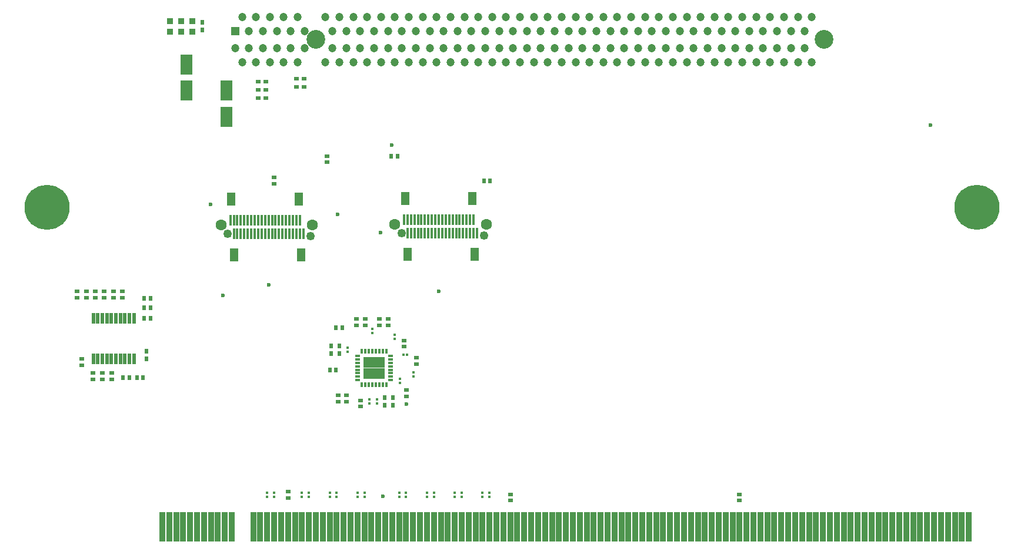
<source format=gbr>
%TF.GenerationSoftware,KiCad,Pcbnew,(5.1.5)-3*%
%TF.CreationDate,2022-01-08T01:18:32+01:00*%
%TF.ProjectId,Riser Leopard 2OU PCIe x16 2xOculink,52697365-7220-44c6-956f-706172642032,rev?*%
%TF.SameCoordinates,PX459e440PY54cbc38*%
%TF.FileFunction,Soldermask,Top*%
%TF.FilePolarity,Negative*%
%FSLAX46Y46*%
G04 Gerber Fmt 4.6, Leading zero omitted, Abs format (unit mm)*
G04 Created by KiCad (PCBNEW (5.1.5)-3) date 2022-01-08 01:18:32*
%MOMM*%
%LPD*%
G04 APERTURE LIST*
%ADD10C,0.900000*%
%ADD11C,6.500000*%
%ADD12R,0.900000X4.300000*%
%ADD13R,1.700000X2.900000*%
%ADD14R,0.700000X0.600000*%
%ADD15R,0.850000X0.900000*%
%ADD16R,0.600000X0.700000*%
%ADD17R,0.450000X0.400000*%
%ADD18R,0.400000X0.450000*%
%ADD19C,2.700000*%
%ADD20R,1.200000X1.200000*%
%ADD21C,1.200000*%
%ADD22R,0.410000X1.500000*%
%ADD23C,1.600000*%
%ADD24C,1.250000*%
%ADD25R,1.300000X1.900000*%
%ADD26R,0.700000X0.500000*%
%ADD27R,0.500000X0.700000*%
%ADD28C,0.600000*%
%ADD29R,0.550000X1.550000*%
%ADD30R,1.650000X1.650000*%
%ADD31R,0.700000X0.350000*%
%ADD32R,0.350000X0.700000*%
G04 APERTURE END LIST*
D10*
%TO.C,H1*%
X1697056Y1697056D03*
X0Y2400000D03*
X-1697056Y1697056D03*
X-2400000Y0D03*
X-1697056Y-1697056D03*
X0Y-2400000D03*
X1697056Y-1697056D03*
X2400000Y0D03*
D11*
X0Y0D03*
%TD*%
%TO.C,H2*%
X133900000Y0D03*
D10*
X136300000Y0D03*
X135597056Y-1697056D03*
X133900000Y-2400000D03*
X132202944Y-1697056D03*
X131500000Y0D03*
X132202944Y1697056D03*
X133900000Y2400000D03*
X135597056Y1697056D03*
%TD*%
D12*
%TO.C,J1*%
X74700000Y-46085000D03*
X77700000Y-46085000D03*
X85700000Y-46085000D03*
X97700000Y-46085000D03*
X86700000Y-46085000D03*
X89700000Y-46085000D03*
X73700000Y-46085000D03*
X80700000Y-46085000D03*
X91700000Y-46085000D03*
X93700000Y-46085000D03*
X81700000Y-46085000D03*
X75700000Y-46085000D03*
X87700000Y-46085000D03*
X94700000Y-46085000D03*
X95700000Y-46085000D03*
X84700000Y-46085000D03*
X90700000Y-46085000D03*
X83700000Y-46085000D03*
X79700000Y-46085000D03*
X76700000Y-46085000D03*
X82700000Y-46085000D03*
X99700000Y-46085000D03*
X98700000Y-46085000D03*
X88700000Y-46085000D03*
X78700000Y-46085000D03*
X92700000Y-46085000D03*
X96700000Y-46085000D03*
X72700000Y-46085000D03*
X64700000Y-46085000D03*
X58700000Y-46085000D03*
X60700000Y-46085000D03*
X56700000Y-46085000D03*
X50700000Y-46085000D03*
X48700000Y-46085000D03*
X40700000Y-46085000D03*
X55700000Y-46085000D03*
X46700000Y-46085000D03*
X42700000Y-46085000D03*
X54700000Y-46085000D03*
X44700000Y-46085000D03*
X41700000Y-46085000D03*
X52700000Y-46085000D03*
X71700000Y-46085000D03*
X70700000Y-46085000D03*
X69700000Y-46085000D03*
X68700000Y-46085000D03*
X59700000Y-46085000D03*
X57700000Y-46085000D03*
X51700000Y-46085000D03*
X49700000Y-46085000D03*
X66700000Y-46085000D03*
X67700000Y-46085000D03*
X45700000Y-46085000D03*
X61700000Y-46085000D03*
X53700000Y-46085000D03*
X43700000Y-46085000D03*
X65700000Y-46085000D03*
X47700000Y-46085000D03*
X63700000Y-46085000D03*
X62700000Y-46085000D03*
X29700000Y-46085000D03*
X16600000Y-46085000D03*
X36700000Y-46085000D03*
X35700000Y-46085000D03*
X34700000Y-46085000D03*
X33700000Y-46085000D03*
X31700000Y-46085000D03*
X30700000Y-46085000D03*
X39700000Y-46085000D03*
X38700000Y-46085000D03*
X32700000Y-46085000D03*
X37700000Y-46085000D03*
X21600000Y-46085000D03*
X24600000Y-46085000D03*
X23600000Y-46085000D03*
X19600000Y-46085000D03*
X22600000Y-46085000D03*
X20600000Y-46085000D03*
X25600000Y-46085000D03*
X26600000Y-46085000D03*
X17600000Y-46085000D03*
X18600000Y-46085000D03*
X100700000Y-46085000D03*
X101700000Y-46085000D03*
X102700000Y-46085000D03*
X103700000Y-46085000D03*
X104700000Y-46085000D03*
X105700000Y-46085000D03*
X106700000Y-46085000D03*
X107700000Y-46085000D03*
X108700000Y-46085000D03*
X109700000Y-46085000D03*
X110700000Y-46085000D03*
X111700000Y-46085000D03*
X112700000Y-46085000D03*
X113700000Y-46085000D03*
X114700000Y-46085000D03*
X115700000Y-46085000D03*
X116700000Y-46085000D03*
X117700000Y-46085000D03*
X118700000Y-46085000D03*
X119700000Y-46085000D03*
X120700000Y-46085000D03*
X121700000Y-46085000D03*
X122700000Y-46085000D03*
X123700000Y-46085000D03*
X124700000Y-46085000D03*
X125700000Y-46085000D03*
X126700000Y-46085000D03*
X127700000Y-46085000D03*
X128700000Y-46085000D03*
X129700000Y-46085000D03*
X130700000Y-46085000D03*
X131700000Y-46085000D03*
X132700000Y-46085000D03*
%TD*%
D13*
%TO.C,C1*%
X25875000Y12990000D03*
X25875000Y16790000D03*
%TD*%
D14*
%TO.C,C2*%
X30450000Y15690000D03*
X31550000Y15690000D03*
%TD*%
%TO.C,C3*%
X31540000Y16890000D03*
X30440000Y16890000D03*
%TD*%
%TO.C,C4*%
X30450000Y18090000D03*
X31550000Y18090000D03*
%TD*%
%TO.C,C5*%
X35950000Y18565000D03*
X37050000Y18565000D03*
%TD*%
%TO.C,C6*%
X37050000Y17365000D03*
X35950000Y17365000D03*
%TD*%
D13*
%TO.C,C7*%
X20075000Y16790000D03*
X20075000Y20590000D03*
%TD*%
D15*
%TO.C,C8*%
X20925000Y25315000D03*
X20925000Y26815000D03*
%TD*%
%TO.C,C9*%
X19325000Y26815000D03*
X19325000Y25315000D03*
%TD*%
%TO.C,C10*%
X17725000Y25315000D03*
X17725000Y26815000D03*
%TD*%
D16*
%TO.C,C11*%
X22350000Y26615000D03*
X22350000Y25515000D03*
%TD*%
%TO.C,C12*%
X14350000Y-21885000D03*
X14350000Y-20785000D03*
%TD*%
D17*
%TO.C,C13*%
X31700000Y-41205000D03*
X31700000Y-41765000D03*
%TD*%
%TO.C,C14*%
X36700000Y-41205000D03*
X36700000Y-41765000D03*
%TD*%
%TO.C,C15*%
X40700000Y-41205000D03*
X40700000Y-41765000D03*
%TD*%
%TO.C,C16*%
X44700000Y-41205000D03*
X44700000Y-41765000D03*
%TD*%
%TO.C,C17*%
X32700000Y-41765000D03*
X32700000Y-41205000D03*
%TD*%
%TO.C,C18*%
X37700000Y-41765000D03*
X37700000Y-41205000D03*
%TD*%
%TO.C,C19*%
X41700000Y-41765000D03*
X41700000Y-41205000D03*
%TD*%
%TO.C,C20*%
X45700000Y-41765000D03*
X45700000Y-41205000D03*
%TD*%
%TO.C,C21*%
X43275000Y-20255000D03*
X43275000Y-20815000D03*
%TD*%
D18*
%TO.C,C22*%
X51855000Y-21235000D03*
X51295000Y-21235000D03*
%TD*%
D17*
%TO.C,C23*%
X50825000Y-24755000D03*
X50825000Y-25315000D03*
%TD*%
D16*
%TO.C,C24*%
X42125000Y-21085000D03*
X42125000Y-19985000D03*
%TD*%
%TO.C,C25*%
X40925000Y-19985000D03*
X40925000Y-21085000D03*
%TD*%
%TO.C,C26*%
X49825000Y-27435000D03*
X49825000Y-28535000D03*
%TD*%
%TO.C,C27*%
X48625000Y-28535000D03*
X48625000Y-27435000D03*
%TD*%
D17*
%TO.C,C28*%
X50025000Y-18405000D03*
X50025000Y-18965000D03*
%TD*%
%TO.C,C29*%
X46425000Y-28265000D03*
X46425000Y-27705000D03*
%TD*%
%TO.C,C30*%
X50700000Y-41765000D03*
X50700000Y-41205000D03*
%TD*%
%TO.C,C31*%
X54700000Y-41765000D03*
X54700000Y-41205000D03*
%TD*%
%TO.C,C32*%
X58700000Y-41765000D03*
X58700000Y-41205000D03*
%TD*%
%TO.C,C33*%
X62700000Y-41765000D03*
X62700000Y-41205000D03*
%TD*%
%TO.C,C34*%
X51700000Y-41205000D03*
X51700000Y-41765000D03*
%TD*%
%TO.C,C35*%
X55700000Y-41205000D03*
X55700000Y-41765000D03*
%TD*%
%TO.C,C36*%
X59700000Y-41205000D03*
X59700000Y-41765000D03*
%TD*%
%TO.C,C37*%
X63700000Y-41205000D03*
X63700000Y-41765000D03*
%TD*%
%TO.C,C38*%
X52800000Y-24390000D03*
X52800000Y-23830000D03*
%TD*%
%TO.C,C39*%
X46825000Y-18115000D03*
X46825000Y-17555000D03*
%TD*%
%TO.C,C40*%
X47475000Y-27705000D03*
X47475000Y-28265000D03*
%TD*%
D19*
%TO.C,J2*%
X38740000Y24165000D03*
X111890000Y24165000D03*
D20*
X27090000Y25415000D03*
D21*
X28090000Y27415000D03*
X29090000Y25415000D03*
X30090000Y27415000D03*
X31090000Y25415000D03*
X32090000Y27415000D03*
X33090000Y25415000D03*
X34090000Y27415000D03*
X35090000Y25415000D03*
X36090000Y27415000D03*
X37090000Y25415000D03*
X40090000Y27415000D03*
X41090000Y25415000D03*
X42090000Y27415000D03*
X43090000Y25415000D03*
X44090000Y27415000D03*
X45090000Y25415000D03*
X46090000Y27415000D03*
X47090000Y25415000D03*
X48090000Y27415000D03*
X49090000Y25415000D03*
X50090000Y27415000D03*
X51090000Y25415000D03*
X52090000Y27415000D03*
X53090000Y25415000D03*
X54090000Y27415000D03*
X55090000Y25415000D03*
X56090000Y27415000D03*
X57090000Y25415000D03*
X58090000Y27415000D03*
X59090000Y25415000D03*
X60090000Y27415000D03*
X61090000Y25415000D03*
X62090000Y27415000D03*
X63090000Y25415000D03*
X64090000Y27415000D03*
X65090000Y25415000D03*
X66090000Y27415000D03*
X67090000Y25415000D03*
X68090000Y27415000D03*
X69090000Y25415000D03*
X70090000Y27415000D03*
X71090000Y25415000D03*
X72090000Y27415000D03*
X73090000Y25415000D03*
X74090000Y27415000D03*
X75090000Y25415000D03*
X76090000Y27415000D03*
X77090000Y25415000D03*
X78090000Y27415000D03*
X79090000Y25415000D03*
X80090000Y27415000D03*
X81090000Y25415000D03*
X82090000Y27415000D03*
X83090000Y25415000D03*
X84090000Y27415000D03*
X85090000Y25415000D03*
X86090000Y27415000D03*
X87090000Y25415000D03*
X88090000Y27415000D03*
X89090000Y25415000D03*
X90090000Y27415000D03*
X91090000Y25415000D03*
X92090000Y27415000D03*
X93090000Y25415000D03*
X94090000Y27415000D03*
X95090000Y25415000D03*
X96090000Y27415000D03*
X97090000Y25415000D03*
X98090000Y27415000D03*
X99090000Y25415000D03*
X100090000Y27415000D03*
X101090000Y25415000D03*
X102090000Y27415000D03*
X103090000Y25415000D03*
X104090000Y27415000D03*
X105090000Y25415000D03*
X106090000Y27415000D03*
X107090000Y25415000D03*
X108090000Y27415000D03*
X109090000Y25415000D03*
X27090000Y22915000D03*
X28090000Y20915000D03*
X29090000Y22915000D03*
X30090000Y20915000D03*
X31090000Y22915000D03*
X32090000Y20915000D03*
X33090000Y22915000D03*
X34090000Y20915000D03*
X35090000Y22915000D03*
X36090000Y20915000D03*
X37090000Y22915000D03*
X40090000Y20915000D03*
X41090000Y22915000D03*
X42090000Y20915000D03*
X43090000Y22915000D03*
X44090000Y20915000D03*
X45090000Y22915000D03*
X46090000Y20915000D03*
X47090000Y22915000D03*
X48090000Y20915000D03*
X49090000Y22915000D03*
X50090000Y20915000D03*
X51090000Y22915000D03*
X52090000Y20915000D03*
X53090000Y22915000D03*
X54090000Y20915000D03*
X55090000Y22915000D03*
X56090000Y20915000D03*
X57090000Y22915000D03*
X58090000Y20915000D03*
X59090000Y22915000D03*
X61090000Y22915000D03*
X62090000Y20915000D03*
X63090000Y22915000D03*
X64090000Y20915000D03*
X65090000Y22915000D03*
X66090000Y20915000D03*
X67090000Y22915000D03*
X68090000Y20915000D03*
X69090000Y22915000D03*
X70090000Y20915000D03*
X71090000Y22915000D03*
X72090000Y20915000D03*
X73090000Y22915000D03*
X74090000Y20915000D03*
X75090000Y22915000D03*
X76090000Y20915000D03*
X77090000Y22915000D03*
X78090000Y20915000D03*
X79090000Y22915000D03*
X80090000Y20915000D03*
X81090000Y22915000D03*
X82090000Y20915000D03*
X83090000Y22915000D03*
X84090000Y20915000D03*
X85090000Y22915000D03*
X86090000Y20915000D03*
X87090000Y22915000D03*
X88090000Y20915000D03*
X89090000Y22915000D03*
X90090000Y20915000D03*
X91090000Y22915000D03*
X92090000Y20915000D03*
X93090000Y22915000D03*
X94090000Y20915000D03*
X95090000Y22915000D03*
X96090000Y20915000D03*
X97090000Y22915000D03*
X98090000Y20915000D03*
X99090000Y22915000D03*
X100090000Y20915000D03*
X101090000Y22915000D03*
X102090000Y20915000D03*
X103090000Y22915000D03*
X104090000Y20915000D03*
X105090000Y22915000D03*
X106090000Y20915000D03*
X107090000Y22915000D03*
X108090000Y20915000D03*
X109090000Y22915000D03*
X60090000Y20915000D03*
X110090000Y27415000D03*
X110090000Y20915000D03*
%TD*%
D22*
%TO.C,J3*%
X51900000Y-3730000D03*
X52400000Y-3730000D03*
X52900000Y-3730000D03*
X53400000Y-3730000D03*
X53900000Y-3730000D03*
X54400000Y-3730000D03*
X54900000Y-3730000D03*
X55400000Y-3730000D03*
X55900000Y-3730000D03*
X56400000Y-3730000D03*
X56900000Y-3730000D03*
X57400000Y-3730000D03*
X57900000Y-3730000D03*
X58400000Y-3730000D03*
X58900000Y-3730000D03*
X59400000Y-3730000D03*
X59900000Y-3730000D03*
X60400000Y-3730000D03*
X60900000Y-3730000D03*
X61400000Y-3730000D03*
X61900000Y-3730000D03*
X51400000Y-1830000D03*
X51900000Y-1830000D03*
X52400000Y-1830000D03*
X52900000Y-1830000D03*
X53400000Y-1830000D03*
X53900000Y-1830000D03*
X54400000Y-1830000D03*
X54900000Y-1830000D03*
X55400000Y-1830000D03*
X55900000Y-1830000D03*
X56400000Y-1830000D03*
X56900000Y-1830000D03*
X57400000Y-1830000D03*
X57900000Y-1830000D03*
X58400000Y-1830000D03*
X58900000Y-1830000D03*
X59400000Y-1830000D03*
X59900000Y-1830000D03*
X60400000Y-1830000D03*
X60900000Y-1830000D03*
X61400000Y-1830000D03*
D23*
X50070000Y-2470000D03*
X63230000Y-2470000D03*
D24*
X51030000Y-3730000D03*
X62930000Y-4090000D03*
D25*
X51900000Y-6780000D03*
X51550000Y1220000D03*
X61250000Y1220000D03*
X61600000Y-6780000D03*
%TD*%
%TO.C,J4*%
X36600000Y-6840000D03*
X36250000Y1160000D03*
X26550000Y1160000D03*
X26900000Y-6840000D03*
D24*
X37930000Y-4150000D03*
X26030000Y-3790000D03*
D23*
X38230000Y-2530000D03*
X25070000Y-2530000D03*
D22*
X36400000Y-1890000D03*
X35900000Y-1890000D03*
X35400000Y-1890000D03*
X34900000Y-1890000D03*
X34400000Y-1890000D03*
X33900000Y-1890000D03*
X33400000Y-1890000D03*
X32900000Y-1890000D03*
X32400000Y-1890000D03*
X31900000Y-1890000D03*
X31400000Y-1890000D03*
X30900000Y-1890000D03*
X30400000Y-1890000D03*
X29900000Y-1890000D03*
X29400000Y-1890000D03*
X28900000Y-1890000D03*
X28400000Y-1890000D03*
X27900000Y-1890000D03*
X27400000Y-1890000D03*
X26900000Y-1890000D03*
X26400000Y-1890000D03*
X36900000Y-3790000D03*
X36400000Y-3790000D03*
X35900000Y-3790000D03*
X35400000Y-3790000D03*
X34900000Y-3790000D03*
X34400000Y-3790000D03*
X33900000Y-3790000D03*
X33400000Y-3790000D03*
X32900000Y-3790000D03*
X32400000Y-3790000D03*
X31900000Y-3790000D03*
X31400000Y-3790000D03*
X30900000Y-3790000D03*
X30400000Y-3790000D03*
X29900000Y-3790000D03*
X29400000Y-3790000D03*
X28900000Y-3790000D03*
X28400000Y-3790000D03*
X27900000Y-3790000D03*
X27400000Y-3790000D03*
X26900000Y-3790000D03*
%TD*%
D26*
%TO.C,R1*%
X66700000Y-41385000D03*
X66700000Y-42285000D03*
%TD*%
%TO.C,R2*%
X99700000Y-41385000D03*
X99700000Y-42285000D03*
%TD*%
%TO.C,R3*%
X34700000Y-41935000D03*
X34700000Y-41035000D03*
%TD*%
D27*
%TO.C,R4*%
X12950000Y-24585000D03*
X13850000Y-24585000D03*
%TD*%
%TO.C,R5*%
X10950000Y-24585000D03*
X11850000Y-24585000D03*
%TD*%
D26*
%TO.C,R6*%
X9300000Y-23885000D03*
X9300000Y-24785000D03*
%TD*%
D27*
%TO.C,R7*%
X13975000Y-15985000D03*
X14875000Y-15985000D03*
%TD*%
%TO.C,R8*%
X14875000Y-14535000D03*
X13975000Y-14535000D03*
%TD*%
D26*
%TO.C,R9*%
X51375000Y-20110000D03*
X51375000Y-19210000D03*
%TD*%
D27*
%TO.C,R10*%
X14875000Y-13135000D03*
X13975000Y-13135000D03*
%TD*%
D26*
%TO.C,R11*%
X41923800Y-27135000D03*
X41923800Y-28035000D03*
%TD*%
%TO.C,R12*%
X43126200Y-28035000D03*
X43126200Y-27135000D03*
%TD*%
%TO.C,R13*%
X53150000Y-22585000D03*
X53150000Y-21685000D03*
%TD*%
%TO.C,R14*%
X10850000Y-13035000D03*
X10850000Y-12135000D03*
%TD*%
%TO.C,R15*%
X6950000Y-13035000D03*
X6950000Y-12135000D03*
%TD*%
%TO.C,R16*%
X32675000Y3390000D03*
X32675000Y4290000D03*
%TD*%
D27*
%TO.C,R17*%
X40725000Y-23435000D03*
X41625000Y-23435000D03*
%TD*%
D26*
%TO.C,R18*%
X5000000Y-22785000D03*
X5000000Y-21885000D03*
%TD*%
%TO.C,R19*%
X45125000Y-27835000D03*
X45125000Y-28735000D03*
%TD*%
%TO.C,R20*%
X51725000Y-26385000D03*
X51725000Y-27285000D03*
%TD*%
D27*
%TO.C,R21*%
X41625000Y-17335000D03*
X42525000Y-17335000D03*
%TD*%
D26*
%TO.C,R22*%
X9550000Y-13035000D03*
X9550000Y-12135000D03*
%TD*%
D27*
%TO.C,R23*%
X63800000Y3815000D03*
X62900000Y3815000D03*
%TD*%
D26*
%TO.C,R24*%
X8250000Y-13035000D03*
X8250000Y-12135000D03*
%TD*%
%TO.C,R25*%
X4350000Y-12135000D03*
X4350000Y-13035000D03*
%TD*%
%TO.C,R26*%
X5650000Y-12135000D03*
X5650000Y-13035000D03*
%TD*%
%TO.C,R27*%
X6650000Y-23885000D03*
X6650000Y-24785000D03*
%TD*%
%TO.C,R28*%
X7975000Y-23885000D03*
X7975000Y-24785000D03*
%TD*%
%TO.C,R29*%
X49125000Y-17035000D03*
X49125000Y-16135000D03*
%TD*%
%TO.C,R30*%
X47875000Y-16135000D03*
X47875000Y-17035000D03*
%TD*%
%TO.C,R31*%
X45825000Y-17035000D03*
X45825000Y-16135000D03*
%TD*%
%TO.C,R32*%
X44575000Y-16135000D03*
X44575000Y-17035000D03*
%TD*%
D27*
%TO.C,R33*%
X50475000Y7365000D03*
X49575000Y7365000D03*
%TD*%
D26*
%TO.C,R34*%
X40300000Y7365000D03*
X40300000Y6465000D03*
%TD*%
D28*
%TO.C,TP1*%
X127150000Y11815000D03*
%TD*%
%TO.C,TP2*%
X49600000Y8915000D03*
%TD*%
%TO.C,TP3*%
X48325000Y-41635000D03*
%TD*%
%TO.C,TP4*%
X56425000Y-12135000D03*
%TD*%
%TO.C,TP5*%
X51725000Y-28385000D03*
%TD*%
%TO.C,TP8*%
X31900000Y-11210000D03*
%TD*%
D29*
%TO.C,U1*%
X12525000Y-21885000D03*
X11875000Y-21885000D03*
X11225000Y-21885000D03*
X10575000Y-21885000D03*
X9925000Y-21885000D03*
X9275000Y-21885000D03*
X8625000Y-21885000D03*
X7975000Y-21885000D03*
X7325000Y-21885000D03*
X6675000Y-21885000D03*
X6675000Y-15985000D03*
X7325000Y-15985000D03*
X7975000Y-15985000D03*
X8625000Y-15985000D03*
X9275000Y-15985000D03*
X9925000Y-15985000D03*
X10575000Y-15985000D03*
X11225000Y-15985000D03*
X11875000Y-15985000D03*
X12525000Y-15985000D03*
%TD*%
D30*
%TO.C,U2*%
X46300000Y-23960000D03*
D31*
X49475000Y-21435000D03*
X49475000Y-21935000D03*
X49475000Y-22435000D03*
X49475000Y-22935000D03*
X49475000Y-23435000D03*
X49475000Y-23935000D03*
X49475000Y-24435000D03*
X49475000Y-24935000D03*
D32*
X48825000Y-25585000D03*
X48325000Y-25585000D03*
X47825000Y-25585000D03*
X47325000Y-25585000D03*
X46825000Y-25585000D03*
X46325000Y-25585000D03*
X45825000Y-25585000D03*
X45325000Y-25585000D03*
D31*
X44675000Y-24935000D03*
X44675000Y-24435000D03*
X44675000Y-23935000D03*
X44675000Y-23435000D03*
X44675000Y-22935000D03*
X44675000Y-22435000D03*
X44675000Y-21935000D03*
X44675000Y-21435000D03*
D32*
X45325000Y-20785000D03*
X45825000Y-20785000D03*
X46325000Y-20785000D03*
X46825000Y-20785000D03*
X47325000Y-20785000D03*
X47825000Y-20785000D03*
X48325000Y-20785000D03*
X48825000Y-20785000D03*
D30*
X47850000Y-23960000D03*
X47850000Y-22410000D03*
X46300000Y-22410000D03*
%TD*%
D28*
%TO.C,3.3V*%
X25350000Y-12685000D03*
%TD*%
%TO.C,3.3V*%
X48000000Y-3660000D03*
%TD*%
%TO.C,12V*%
X41875000Y-1010000D03*
%TD*%
%TO.C,12V*%
X23525000Y440000D03*
%TD*%
M02*

</source>
